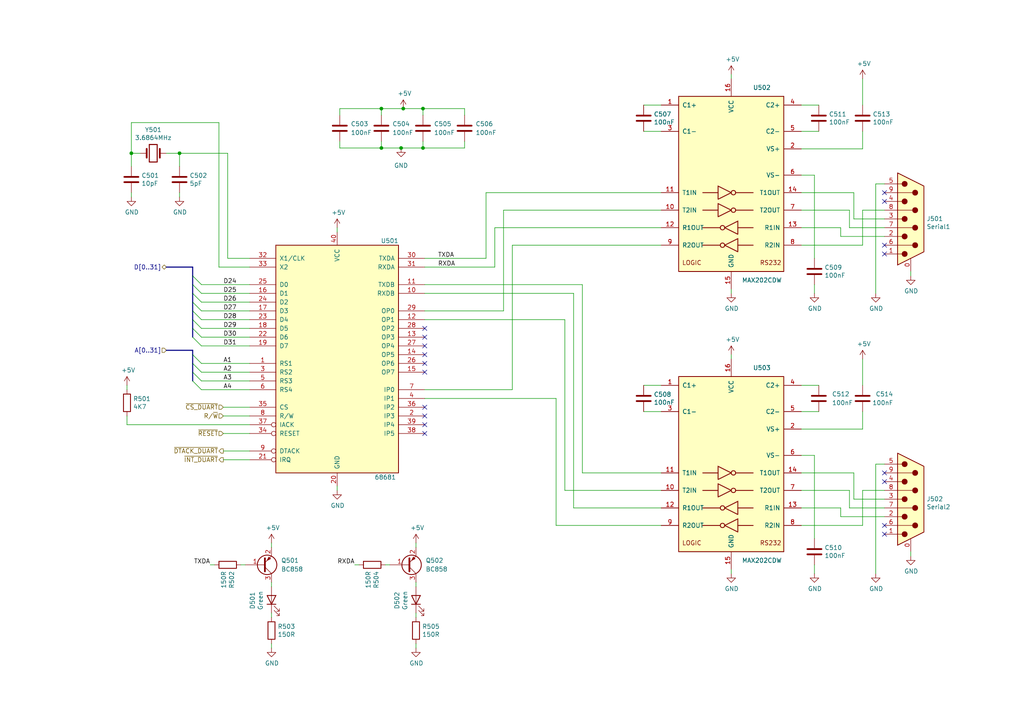
<source format=kicad_sch>
(kicad_sch (version 20211123) (generator eeschema)
  (paper "A4")
  (title_block (title "Y Ddraig Fawr") (company "Stephen Moody"))
  (lib_symbols
    (symbol "Connector:DB9_Male_MountingHoles" (pin_names (offset 1.016) hide)
      (property "Reference" "J" (at 0 16.51 0))
      (property "Value" "DB9_Male_MountingHoles" (at 0 14.605 0))
      (symbol "DB9_Male_MountingHoles_0_1"
        (circle (center -1.778 -10.16) (radius 0.762) (fill (type outline)))
        (circle (center -1.778 -5.08) (radius 0.762) (fill (type outline)))
        (circle (center -1.778 0) (radius 0.762) (fill (type outline)))
        (circle (center -1.778 5.08) (radius 0.762) (fill (type outline)))
        (circle (center -1.778 10.16) (radius 0.762) (fill (type outline)))
        (polyline (pts (xy -3.81 -10.16) (xy -2.54 -10.16)))
        (polyline (pts (xy -3.81 -7.62) (xy 0.508 -7.62)))
        (polyline (pts (xy -3.81 -5.08) (xy -2.54 -5.08)))
        (polyline (pts (xy -3.81 -2.54) (xy 0.508 -2.54)))
        (polyline (pts (xy -3.81 0) (xy -2.54 0)))
        (polyline (pts (xy -3.81 2.54) (xy 0.508 2.54)))
        (polyline (pts (xy -3.81 5.08) (xy -2.54 5.08)))
        (polyline (pts (xy -3.81 7.62) (xy 0.508 7.62)))
        (polyline (pts (xy -3.81 10.16) (xy -2.54 10.16)))
        (polyline (pts (xy -3.81 -13.335) (xy -3.81 13.335) (xy 3.81 9.525) (xy 3.81 -9.525) (xy -3.81 -13.335)) (stroke (width 0.254)) (fill (type background)))
        (circle (center 1.27 -7.62) (radius 0.762) (fill (type outline)))
        (circle (center 1.27 -2.54) (radius 0.762) (fill (type outline)))
        (circle (center 1.27 2.54) (radius 0.762) (fill (type outline)))
        (circle (center 1.27 7.62) (radius 0.762) (fill (type outline)))
      )
      (symbol "DB9_Male_MountingHoles_1_1"
        (pin passive line (at 0 -15.24 90) (length 3.81) (name "PAD") (number "0"))
        (pin passive line (at -7.62 -10.16 0) (length 3.81) (name "1") (number "1"))
        (pin passive line (at -7.62 -5.08 0) (length 3.81) (name "2") (number "2"))
        (pin passive line (at -7.62 0 0) (length 3.81) (name "3") (number "3"))
        (pin passive line (at -7.62 5.08 0) (length 3.81) (name "4") (number "4"))
        (pin passive line (at -7.62 10.16 0) (length 3.81) (name "5") (number "5"))
        (pin passive line (at -7.62 -7.62 0) (length 3.81) (name "6") (number "6"))
        (pin passive line (at -7.62 -2.54 0) (length 3.81) (name "7") (number "7"))
        (pin passive line (at -7.62 2.54 0) (length 3.81) (name "8") (number "8"))
        (pin passive line (at -7.62 7.62 0) (length 3.81) (name "9") (number "9"))
      )
    )
    (symbol "Device:C" (pin_numbers hide) (pin_names (offset 0.254))
      (property "Reference" "C" (at 0.635 2.54 0))
      (property "Value" "C" (at 0.635 -2.54 0))
      (symbol "C_0_1"
        (polyline (pts (xy -2.032 -0.762) (xy 2.032 -0.762)) (stroke (width 0.508)))
        (polyline (pts (xy -2.032 0.762) (xy 2.032 0.762)) (stroke (width 0.508)))
      )
      (symbol "C_1_1"
        (pin passive line (at 0 3.81 270) (length 2.794) (name "~") (number "1"))
        (pin passive line (at 0 -3.81 90) (length 2.794) (name "~") (number "2"))
      )
    )
    (symbol "Device:Crystal" (pin_numbers hide) (pin_names (offset 1.016) hide)
      (property "Reference" "Y" (at 0 3.81 0))
      (property "Value" "Crystal" (at 0 -3.81 0))
      (symbol "Crystal_0_1"
        (rectangle (start -1.143 2.54) (end 1.143 -2.54) (stroke (width 0.3048)))
        (polyline (pts (xy -2.54 0) (xy -1.905 0)))
        (polyline (pts (xy -1.905 -1.27) (xy -1.905 1.27)) (stroke (width 0.508)))
        (polyline (pts (xy 1.905 -1.27) (xy 1.905 1.27)) (stroke (width 0.508)))
        (polyline (pts (xy 2.54 0) (xy 1.905 0)))
      )
      (symbol "Crystal_1_1"
        (pin passive line (at -3.81 0 0) (length 1.27) (name "1") (number "1"))
        (pin passive line (at 3.81 0 180) (length 1.27) (name "2") (number "2"))
      )
    )
    (symbol "Device:LED" (pin_numbers hide) (pin_names (offset 1.016) hide)
      (property "Reference" "D" (at 0 2.54 0))
      (property "Value" "LED" (at 0 -2.54 0))
      (symbol "LED_0_1"
        (polyline (pts (xy -1.27 -1.27) (xy -1.27 1.27)) (stroke (width 0.254)))
        (polyline (pts (xy -1.27 0) (xy 1.27 0)))
        (polyline (pts (xy 1.27 -1.27) (xy 1.27 1.27) (xy -1.27 0) (xy 1.27 -1.27)) (stroke (width 0.254)))
        (polyline (pts (xy -3.048 -0.762) (xy -4.572 -2.286) (xy -3.81 -2.286) (xy -4.572 -2.286) (xy -4.572 -1.524)))
        (polyline (pts (xy -1.778 -0.762) (xy -3.302 -2.286) (xy -2.54 -2.286) (xy -3.302 -2.286) (xy -3.302 -1.524)))
      )
      (symbol "LED_1_1"
        (pin passive line (at -3.81 0 0) (length 2.54) (name "K") (number "1"))
        (pin passive line (at 3.81 0 180) (length 2.54) (name "A") (number "2"))
      )
    )
    (symbol "Device:R" (pin_numbers hide) (pin_names (offset 0))
      (property "Reference" "R" (at 2.032 0 90))
      (property "Value" "R" (at 0 0 90))
      (symbol "R_0_1"
        (rectangle (start -1.016 -2.54) (end 1.016 2.54) (stroke (width 0.254)))
      )
      (symbol "R_1_1"
        (pin passive line (at 0 3.81 270) (length 1.27) (name "~") (number "1"))
        (pin passive line (at 0 -3.81 90) (length 1.27) (name "~") (number "2"))
      )
    )
    (symbol "Interface:68681" (pin_names (offset 1.016))
      (property "Reference" "U" (at 0 3.81 0))
      (property "Value" "68681" (at 0 -2.54 0))
      (symbol "68681_0_1"
        (rectangle (start -17.78 -31.75) (end 17.78 34.29) (stroke (width 0.254)) (fill (type background)))
      )
      (symbol "68681_1_1"
        (pin input line (at -25.4 0 0) (length 7.62) (name "RS1") (number "1"))
        (pin input line (at 25.4 20.32 180) (length 7.62) (name "RXDB") (number "10"))
        (pin output line (at 25.4 22.86 180) (length 7.62) (name "TXDB") (number "11"))
        (pin output line (at 25.4 12.7 180) (length 7.62) (name "OP1") (number "12"))
        (pin output line (at 25.4 7.62 180) (length 7.62) (name "OP3") (number "13"))
        (pin output line (at 25.4 2.54 180) (length 7.62) (name "OP5") (number "14"))
        (pin output line (at 25.4 -2.54 180) (length 7.62) (name "OP7") (number "15"))
        (pin tri_state line (at -25.4 20.32 0) (length 7.62) (name "D1") (number "16"))
        (pin tri_state line (at -25.4 15.24 0) (length 7.62) (name "D3") (number "17"))
        (pin tri_state line (at -25.4 10.16 0) (length 7.62) (name "D5") (number "18"))
        (pin tri_state line (at -25.4 5.08 0) (length 7.62) (name "D7") (number "19"))
        (pin input line (at 25.4 -15.24 180) (length 7.62) (name "IP3") (number "2"))
        (pin power_in line (at 0 -35.56 90) (length 3.81) (name "GND") (number "20"))
        (pin output inverted (at -25.4 -27.94 0) (length 7.62) (name "IRQ") (number "21"))
        (pin tri_state line (at -25.4 7.62 0) (length 7.62) (name "D6") (number "22"))
        (pin tri_state line (at -25.4 12.7 0) (length 7.62) (name "D4") (number "23"))
        (pin tri_state line (at -25.4 17.78 0) (length 7.62) (name "D2") (number "24"))
        (pin tri_state line (at -25.4 22.86 0) (length 7.62) (name "D0") (number "25"))
        (pin output line (at 25.4 0 180) (length 7.62) (name "OP6") (number "26"))
        (pin output line (at 25.4 5.08 180) (length 7.62) (name "OP4") (number "27"))
        (pin output line (at 25.4 10.16 180) (length 7.62) (name "OP2") (number "28"))
        (pin output line (at 25.4 15.24 180) (length 7.62) (name "OP0") (number "29"))
        (pin input line (at -25.4 -2.54 0) (length 7.62) (name "RS2") (number "3"))
        (pin output line (at 25.4 30.48 180) (length 7.62) (name "TXDA") (number "30"))
        (pin input line (at 25.4 27.94 180) (length 7.62) (name "RXDA") (number "31"))
        (pin input line (at -25.4 30.48 0) (length 7.62) (name "X1/CLK") (number "32"))
        (pin input line (at -25.4 27.94 0) (length 7.62) (name "X2") (number "33"))
        (pin input inverted (at -25.4 -20.32 0) (length 7.62) (name "RESET") (number "34"))
        (pin input line (at -25.4 -12.7 0) (length 7.62) (name "CS") (number "35"))
        (pin input line (at 25.4 -12.7 180) (length 7.62) (name "IP2") (number "36"))
        (pin input inverted (at -25.4 -17.78 0) (length 7.62) (name "IACK") (number "37"))
        (pin input line (at 25.4 -20.32 180) (length 7.62) (name "IP5") (number "38"))
        (pin input line (at 25.4 -17.78 180) (length 7.62) (name "IP4") (number "39"))
        (pin input line (at 25.4 -10.16 180) (length 7.62) (name "IP1") (number "4"))
        (pin power_in line (at 0 38.1 270) (length 3.81) (name "VCC") (number "40"))
        (pin input line (at -25.4 -5.08 0) (length 7.62) (name "RS3") (number "5"))
        (pin input line (at -25.4 -7.62 0) (length 7.62) (name "RS4") (number "6"))
        (pin input line (at 25.4 -7.62 180) (length 7.62) (name "IP0") (number "7"))
        (pin input line (at -25.4 -15.24 0) (length 7.62) (name "R/W") (number "8"))
        (pin open_collector inverted (at -25.4 -25.4 0) (length 7.62) (name "DTACK") (number "9"))
      )
    )
    (symbol "Interface_UART:MAX202" (pin_names (offset 1.016))
      (property "Reference" "U" (at -2.54 28.575 0))
      (property "Value" "MAX202" (at -2.54 26.67 0))
      (symbol "MAX202_0_0"
        (text "LOGIC" (at -11.43 -22.86 0) (effects (font (size 1.27 1.27))))
        (text "RS232" (at 11.43 -22.86 0) (effects (font (size 1.27 1.27))))
      )
      (symbol "MAX202_0_1"
        (rectangle (start -15.24 -25.4) (end 15.24 25.4) (stroke (width 0.254)) (fill (type background)))
        (circle (center -2.54 -17.78) (radius 0.635) (stroke (width 0.254)))
        (circle (center -2.54 -12.7) (radius 0.635) (stroke (width 0.254)))
        (polyline (pts (xy -3.81 -7.62) (xy -8.255 -7.62)) (stroke (width 0.254)))
        (polyline (pts (xy -3.81 -2.54) (xy -8.255 -2.54)) (stroke (width 0.254)))
        (polyline (pts (xy -3.175 -17.78) (xy -8.255 -17.78)) (stroke (width 0.254)))
        (polyline (pts (xy -3.175 -12.7) (xy -8.255 -12.7)) (stroke (width 0.254)))
        (polyline (pts (xy 1.27 -7.62) (xy 6.35 -7.62)) (stroke (width 0.254)))
        (polyline (pts (xy 1.27 -2.54) (xy 6.35 -2.54)) (stroke (width 0.254)))
        (polyline (pts (xy 1.905 -17.78) (xy 6.35 -17.78)) (stroke (width 0.254)))
        (polyline (pts (xy 1.905 -12.7) (xy 6.35 -12.7)) (stroke (width 0.254)))
        (polyline (pts (xy -3.81 -5.715) (xy -3.81 -9.525) (xy 0 -7.62) (xy -3.81 -5.715)) (stroke (width 0.254)))
        (polyline (pts (xy -3.81 -0.635) (xy -3.81 -4.445) (xy 0 -2.54) (xy -3.81 -0.635)) (stroke (width 0.254)))
        (polyline (pts (xy 1.905 -15.875) (xy 1.905 -19.685) (xy -1.905 -17.78) (xy 1.905 -15.875)) (stroke (width 0.254)))
        (polyline (pts (xy 1.905 -10.795) (xy 1.905 -14.605) (xy -1.905 -12.7) (xy 1.905 -10.795)) (stroke (width 0.254)))
        (circle (center 0.635 -7.62) (radius 0.635) (stroke (width 0.254)))
        (circle (center 0.635 -2.54) (radius 0.635) (stroke (width 0.254)))
      )
      (symbol "MAX202_1_1"
        (pin passive line (at -20.32 22.86 0) (length 5.08) (name "C1+") (number "1"))
        (pin input line (at -20.32 -7.62 0) (length 5.08) (name "T2IN") (number "10"))
        (pin input line (at -20.32 -2.54 0) (length 5.08) (name "T1IN") (number "11"))
        (pin output line (at -20.32 -12.7 0) (length 5.08) (name "R1OUT") (number "12"))
        (pin input line (at 20.32 -12.7 180) (length 5.08) (name "R1IN") (number "13"))
        (pin output line (at 20.32 -2.54 180) (length 5.08) (name "T1OUT") (number "14"))
        (pin power_in line (at 0 -30.48 90) (length 5.08) (name "GND") (number "15"))
        (pin power_in line (at 0 30.48 270) (length 5.08) (name "VCC") (number "16"))
        (pin power_out line (at 20.32 10.16 180) (length 5.08) (name "VS+") (number "2"))
        (pin passive line (at -20.32 15.24 0) (length 5.08) (name "C1-") (number "3"))
        (pin passive line (at 20.32 22.86 180) (length 5.08) (name "C2+") (number "4"))
        (pin passive line (at 20.32 15.24 180) (length 5.08) (name "C2-") (number "5"))
        (pin power_out line (at 20.32 2.54 180) (length 5.08) (name "VS-") (number "6"))
        (pin output line (at 20.32 -7.62 180) (length 5.08) (name "T2OUT") (number "7"))
        (pin input line (at 20.32 -17.78 180) (length 5.08) (name "R2IN") (number "8"))
        (pin output line (at -20.32 -17.78 0) (length 5.08) (name "R2OUT") (number "9"))
      )
    )
    (symbol "Transistor_BJT:BC858" (pin_names (offset 0) hide)
      (property "Reference" "Q" (at 5.08 1.905 0))
      (property "Value" "BC858" (at 5.08 0 0))
      (symbol "BC858_0_1"
        (polyline (pts (xy 0.635 0.635) (xy 2.54 2.54)))
        (polyline (pts (xy 0.635 -0.635) (xy 2.54 -2.54) (xy 2.54 -2.54)))
        (polyline (pts (xy 0.635 1.905) (xy 0.635 -1.905) (xy 0.635 -1.905)) (stroke (width 0.508)))
        (polyline (pts (xy 2.286 -1.778) (xy 1.778 -2.286) (xy 1.27 -1.27) (xy 2.286 -1.778) (xy 2.286 -1.778)) (fill (type outline)))
        (circle (center 1.27 0) (radius 2.8194) (stroke (width 0.254)))
      )
      (symbol "BC858_1_1"
        (pin input line (at -5.08 0 0) (length 5.715) (name "B") (number "1"))
        (pin passive line (at 2.54 -5.08 90) (length 2.54) (name "E") (number "2"))
        (pin passive line (at 2.54 5.08 270) (length 2.54) (name "C") (number "3"))
      )
    )
    (symbol "power:+5V" (power) (pin_names (offset 0))
      (property "Value" "+5V" (at 0 3.556 0))
      (symbol "+5V_0_1"
        (polyline (pts (xy -0.762 1.27) (xy 0 2.54)))
        (polyline (pts (xy 0 0) (xy 0 2.54)))
        (polyline (pts (xy 0 2.54) (xy 0.762 1.27)))
      )
      (symbol "+5V_1_1"
        (pin power_in line (at 0 0 90) (length 0) hide (name "+5V") (number "1"))
      )
    )
    (symbol "power:GND" (power) (pin_names (offset 0))
      (property "Value" "GND" (at 0 -3.81 0))
      (symbol "GND_0_1"
        (polyline (pts (xy 0 0) (xy 0 -1.27) (xy 1.27 -1.27) (xy 0 -2.54) (xy -1.27 -1.27) (xy 0 -1.27)))
      )
      (symbol "GND_1_1"
        (pin power_in line (at 0 0 270) (length 0) hide (name "GND") (number "1"))
      )
    )
  )
  (junction (at 122.682 42.926))
  (junction (at 116.967 31.496))
  (junction (at 110.617 42.926))
  (junction (at 122.682 31.496))
  (junction (at 116.332 42.926))
  (junction (at 52.07 44.45))
  (junction (at 38.1 44.45))
  (junction (at 110.617 31.496))
  (no_connect (at 123.19 125.73))
  (no_connect (at 123.19 97.79))
  (no_connect (at 256.54 58.42))
  (no_connect (at 123.19 105.41))
  (no_connect (at 256.54 73.66))
  (no_connect (at 123.19 120.65))
  (no_connect (at 256.54 152.4))
  (no_connect (at 123.19 95.25))
  (no_connect (at 256.54 71.12))
  (no_connect (at 256.54 55.88))
  (no_connect (at 256.54 154.94))
  (no_connect (at 123.19 123.19))
  (no_connect (at 123.19 107.95))
  (no_connect (at 123.19 118.11))
  (no_connect (at 123.19 102.87))
  (no_connect (at 256.54 139.7))
  (no_connect (at 123.19 100.33))
  (no_connect (at 256.54 137.16))
  (bus_entry (at 55.88 92.71) (size 2.54 2.54))
  (bus_entry (at 55.88 90.17) (size 2.54 2.54))
  (bus_entry (at 55.88 87.63) (size 2.54 2.54))
  (bus_entry (at 55.88 107.95) (size 2.54 2.54))
  (bus_entry (at 55.88 105.41) (size 2.54 2.54))
  (bus_entry (at 55.88 110.49) (size 2.54 2.54))
  (bus_entry (at 55.88 95.25) (size 2.54 2.54))
  (bus_entry (at 55.88 82.55) (size 2.54 2.54))
  (bus_entry (at 55.88 85.09) (size 2.54 2.54))
  (bus_entry (at 55.88 102.87) (size 2.54 2.54))
  (bus_entry (at 55.88 97.79) (size 2.54 2.54))
  (bus_entry (at 55.88 80.01) (size 2.54 2.54))
  (bus (pts (xy 55.88 105.41) (xy 55.88 107.95)))
  (wire (pts (xy 232.41 124.46) (xy 250.19 124.46)))
  (wire (pts (xy 232.41 43.18) (xy 250.19 43.18)))
  (wire (pts (xy 232.41 66.04) (xy 243.84 66.04)))
  (bus (pts (xy 48.26 101.6) (xy 55.88 101.6)))
  (wire (pts (xy 64.77 130.81) (xy 72.39 130.81)))
  (bus (pts (xy 55.88 102.87) (xy 55.88 105.41)))
  (wire (pts (xy 256.54 144.78) (xy 247.65 144.78)))
  (wire (pts (xy 38.1 55.88) (xy 38.1 57.15)))
  (wire (pts (xy 58.42 113.03) (xy 72.39 113.03)))
  (wire (pts (xy 250.19 152.4) (xy 232.41 152.4)))
  (wire (pts (xy 78.74 168.91) (xy 78.74 170.18)))
  (wire (pts (xy 232.41 119.38) (xy 237.49 119.38)))
  (bus (pts (xy 55.88 95.25) (xy 55.88 97.79)))
  (wire (pts (xy 72.39 95.25) (xy 58.42 95.25)))
  (wire (pts (xy 72.39 82.55) (xy 58.42 82.55)))
  (wire (pts (xy 166.37 147.32) (xy 191.77 147.32)))
  (wire (pts (xy 134.747 31.496) (xy 134.747 33.401)))
  (wire (pts (xy 256.54 142.24) (xy 250.19 142.24)))
  (wire (pts (xy 148.59 113.03) (xy 123.19 113.03)))
  (wire (pts (xy 98.552 41.021) (xy 98.552 42.926)))
  (wire (pts (xy 236.22 163.83) (xy 236.22 166.37)))
  (wire (pts (xy 122.682 42.926) (xy 134.747 42.926)))
  (wire (pts (xy 66.04 74.93) (xy 72.39 74.93)))
  (wire (pts (xy 166.37 85.09) (xy 166.37 147.32)))
  (wire (pts (xy 148.59 71.12) (xy 148.59 113.03)))
  (wire (pts (xy 64.77 118.11) (xy 72.39 118.11)))
  (wire (pts (xy 237.49 111.76) (xy 232.41 111.76)))
  (wire (pts (xy 232.41 50.8) (xy 236.22 50.8)))
  (wire (pts (xy 38.1 44.45) (xy 38.1 48.26)))
  (wire (pts (xy 232.41 38.1) (xy 237.49 38.1)))
  (wire (pts (xy 191.77 66.04) (xy 143.51 66.04)))
  (bus (pts (xy 55.88 101.6) (xy 55.88 102.87)))
  (wire (pts (xy 72.39 90.17) (xy 58.42 90.17)))
  (wire (pts (xy 72.39 105.41) (xy 58.42 105.41)))
  (wire (pts (xy 78.74 177.8) (xy 78.74 179.07)))
  (wire (pts (xy 122.682 31.496) (xy 134.747 31.496)))
  (wire (pts (xy 146.05 90.17) (xy 123.19 90.17)))
  (wire (pts (xy 212.09 102.87) (xy 212.09 104.14)))
  (wire (pts (xy 116.332 42.926) (xy 122.682 42.926)))
  (wire (pts (xy 212.09 21.59) (xy 212.09 22.86)))
  (wire (pts (xy 236.22 82.55) (xy 236.22 85.09)))
  (wire (pts (xy 98.552 31.496) (xy 110.617 31.496)))
  (bus (pts (xy 55.88 107.95) (xy 55.88 110.49)))
  (wire (pts (xy 250.19 60.96) (xy 250.19 71.12)))
  (wire (pts (xy 254 85.09) (xy 254 53.34)))
  (wire (pts (xy 243.84 149.86) (xy 243.84 147.32)))
  (bus (pts (xy 55.88 85.09) (xy 55.88 87.63)))
  (wire (pts (xy 110.617 41.021) (xy 110.617 42.926)))
  (wire (pts (xy 110.617 42.926) (xy 116.332 42.926)))
  (wire (pts (xy 72.39 123.19) (xy 36.83 123.19)))
  (wire (pts (xy 60.96 163.83) (xy 62.23 163.83)))
  (wire (pts (xy 250.19 119.38) (xy 250.19 124.46)))
  (wire (pts (xy 163.83 142.24) (xy 191.77 142.24)))
  (wire (pts (xy 168.91 82.55) (xy 168.91 137.16)))
  (wire (pts (xy 256.54 63.5) (xy 247.65 63.5)))
  (wire (pts (xy 246.38 60.96) (xy 232.41 60.96)))
  (wire (pts (xy 247.65 144.78) (xy 247.65 137.16)))
  (wire (pts (xy 98.552 42.926) (xy 110.617 42.926)))
  (wire (pts (xy 36.83 113.03) (xy 36.83 111.76)))
  (wire (pts (xy 168.91 82.55) (xy 123.19 82.55)))
  (wire (pts (xy 250.19 71.12) (xy 232.41 71.12)))
  (bus (pts (xy 55.88 82.55) (xy 55.88 85.09)))
  (wire (pts (xy 58.42 87.63) (xy 72.39 87.63)))
  (wire (pts (xy 40.64 44.45) (xy 38.1 44.45)))
  (wire (pts (xy 58.42 107.95) (xy 72.39 107.95)))
  (wire (pts (xy 161.29 152.4) (xy 191.77 152.4)))
  (wire (pts (xy 38.1 35.56) (xy 38.1 44.45)))
  (bus (pts (xy 55.88 80.01) (xy 55.88 82.55)))
  (wire (pts (xy 256.54 66.04) (xy 246.38 66.04)))
  (wire (pts (xy 140.97 74.93) (xy 140.97 55.88)))
  (wire (pts (xy 97.79 67.31) (xy 97.79 66.04)))
  (wire (pts (xy 143.51 66.04) (xy 143.51 77.47)))
  (wire (pts (xy 58.42 97.79) (xy 72.39 97.79)))
  (wire (pts (xy 72.39 110.49) (xy 58.42 110.49)))
  (bus (pts (xy 55.88 92.71) (xy 55.88 95.25)))
  (bus (pts (xy 55.88 77.47) (xy 55.88 80.01)))
  (wire (pts (xy 143.51 77.47) (xy 123.19 77.47)))
  (wire (pts (xy 243.84 68.58) (xy 243.84 66.04)))
  (wire (pts (xy 212.09 85.09) (xy 212.09 83.82)))
  (wire (pts (xy 102.87 163.83) (xy 104.14 163.83)))
  (bus (pts (xy 55.88 77.47) (xy 48.26 77.47)))
  (wire (pts (xy 134.747 42.926) (xy 134.747 41.021)))
  (wire (pts (xy 52.07 55.88) (xy 52.07 57.15)))
  (wire (pts (xy 256.54 68.58) (xy 243.84 68.58)))
  (wire (pts (xy 72.39 100.33) (xy 58.42 100.33)))
  (wire (pts (xy 161.29 115.57) (xy 161.29 152.4)))
  (wire (pts (xy 232.41 55.88) (xy 247.65 55.88)))
  (wire (pts (xy 122.682 41.021) (xy 122.682 42.926)))
  (wire (pts (xy 38.1 35.56) (xy 63.5 35.56)))
  (wire (pts (xy 256.54 60.96) (xy 250.19 60.96)))
  (wire (pts (xy 66.04 44.45) (xy 66.04 74.93)))
  (bus (pts (xy 55.88 90.17) (xy 55.88 92.71)))
  (wire (pts (xy 146.05 60.96) (xy 191.77 60.96)))
  (wire (pts (xy 36.83 123.19) (xy 36.83 120.65)))
  (wire (pts (xy 110.617 31.496) (xy 116.967 31.496)))
  (wire (pts (xy 58.42 92.71) (xy 72.39 92.71)))
  (wire (pts (xy 120.65 177.8) (xy 120.65 179.07)))
  (wire (pts (xy 232.41 147.32) (xy 243.84 147.32)))
  (wire (pts (xy 191.77 71.12) (xy 148.59 71.12)))
  (wire (pts (xy 69.85 163.83) (xy 71.12 163.83)))
  (wire (pts (xy 247.65 63.5) (xy 247.65 55.88)))
  (wire (pts (xy 236.22 132.08) (xy 236.22 156.21)))
  (wire (pts (xy 72.39 85.09) (xy 58.42 85.09)))
  (wire (pts (xy 110.617 31.496) (xy 110.617 33.401)))
  (wire (pts (xy 246.38 66.04) (xy 246.38 60.96)))
  (wire (pts (xy 52.07 48.26) (xy 52.07 44.45)))
  (wire (pts (xy 256.54 149.86) (xy 243.84 149.86)))
  (wire (pts (xy 111.76 163.83) (xy 113.03 163.83)))
  (wire (pts (xy 250.19 22.86) (xy 250.19 30.48)))
  (wire (pts (xy 236.22 50.8) (xy 236.22 74.93)))
  (wire (pts (xy 120.65 158.75) (xy 120.65 157.48)))
  (wire (pts (xy 78.74 158.75) (xy 78.74 157.48)))
  (wire (pts (xy 191.77 111.76) (xy 186.69 111.76)))
  (wire (pts (xy 246.38 147.32) (xy 246.38 142.24)))
  (wire (pts (xy 250.19 104.14) (xy 250.19 111.76)))
  (wire (pts (xy 98.552 33.401) (xy 98.552 31.496)))
  (wire (pts (xy 120.65 168.91) (xy 120.65 170.18)))
  (wire (pts (xy 140.97 55.88) (xy 191.77 55.88)))
  (wire (pts (xy 264.16 161.29) (xy 264.16 160.02)))
  (wire (pts (xy 254 53.34) (xy 256.54 53.34)))
  (wire (pts (xy 256.54 147.32) (xy 246.38 147.32)))
  (wire (pts (xy 246.38 142.24) (xy 232.41 142.24)))
  (wire (pts (xy 120.65 186.69) (xy 120.65 187.96)))
  (wire (pts (xy 163.83 92.71) (xy 163.83 142.24)))
  (wire (pts (xy 52.07 44.45) (xy 66.04 44.45)))
  (wire (pts (xy 123.19 74.93) (xy 140.97 74.93)))
  (wire (pts (xy 186.69 38.1) (xy 191.77 38.1)))
  (wire (pts (xy 250.19 43.18) (xy 250.19 38.1)))
  (wire (pts (xy 122.682 31.496) (xy 122.682 33.401)))
  (wire (pts (xy 146.05 60.96) (xy 146.05 90.17)))
  (wire (pts (xy 72.39 133.35) (xy 64.77 133.35)))
  (wire (pts (xy 186.69 119.38) (xy 191.77 119.38)))
  (bus (pts (xy 55.88 87.63) (xy 55.88 90.17)))
  (wire (pts (xy 191.77 30.48) (xy 186.69 30.48)))
  (wire (pts (xy 123.19 115.57) (xy 161.29 115.57)))
  (wire (pts (xy 163.83 92.71) (xy 123.19 92.71)))
  (wire (pts (xy 63.5 35.56) (xy 63.5 77.47)))
  (wire (pts (xy 64.77 125.73) (xy 72.39 125.73)))
  (wire (pts (xy 212.09 166.37) (xy 212.09 165.1)))
  (wire (pts (xy 48.26 44.45) (xy 52.07 44.45)))
  (wire (pts (xy 237.49 30.48) (xy 232.41 30.48)))
  (wire (pts (xy 78.74 186.69) (xy 78.74 187.96)))
  (wire (pts (xy 264.16 80.01) (xy 264.16 78.74)))
  (wire (pts (xy 166.37 85.09) (xy 123.19 85.09)))
  (wire (pts (xy 250.19 142.24) (xy 250.19 152.4)))
  (wire (pts (xy 116.967 31.496) (xy 122.682 31.496)))
  (wire (pts (xy 63.5 77.47) (xy 72.39 77.47)))
  (wire (pts (xy 232.41 132.08) (xy 236.22 132.08)))
  (wire (pts (xy 72.39 120.65) (xy 64.77 120.65)))
  (wire (pts (xy 254 166.37) (xy 254 134.62)))
  (wire (pts (xy 254 134.62) (xy 256.54 134.62)))
  (wire (pts (xy 232.41 137.16) (xy 247.65 137.16)))
  (wire (pts (xy 97.79 140.97) (xy 97.79 142.24)))
  (wire (pts (xy 168.91 137.16) (xy 191.77 137.16)))
  (label "RXDA" (at 102.87 163.83 180))
  (label "A4" (at 64.77 113.03 0))
  (label "D25" (at 64.77 85.09 0))
  (label "D28" (at 64.77 92.71 0))
  (label "A3" (at 64.77 110.49 0))
  (label "D31" (at 64.77 100.33 0))
  (label "TXDA" (at 60.96 163.83 180))
  (label "D30" (at 64.77 97.79 0))
  (label "A2" (at 64.77 107.95 0))
  (label "A1" (at 64.77 105.41 0))
  (label "TXDA" (at 127 74.93 0))
  (label "D27" (at 64.77 90.17 0))
  (label "D24" (at 64.77 82.55 0))
  (label "D26" (at 64.77 87.63 0))
  (label "RXDA" (at 127 77.47 0))
  (label "D29" (at 64.77 95.25 0))
  (hierarchical_label "A[0..31]" (shape input) (at 48.26 101.6 180))
  (hierarchical_label "~{DTACK_DUART}" (shape output) (at 64.77 130.81 180))
  (hierarchical_label "~{RESET}" (shape input) (at 64.77 125.73 180))
  (hierarchical_label "R{slash}~{W}" (shape input) (at 64.77 120.65 180))
  (hierarchical_label "~{CS_DUART}" (shape input) (at 64.77 118.11 180))
  (hierarchical_label "~{INT_DUART}" (shape output) (at 64.77 133.35 180))
  (hierarchical_label "D[0..31]" (shape bidirectional) (at 48.26 77.47 180))
  (symbol (lib_id "Device:R") (at 78.74 182.88 0) (unit 1)
    (property "Reference" "R503" (at 80.518 181.7116 0) (effects (justify left)))
    (property "Value" "150R" (at 80.518 184.023 0) (effects (justify left)))
    (property "Footprint" "Resistor_SMD:R_0805_2012Metric" (effects hide))
  )
  (symbol (lib_id "Device:LED") (at 78.74 173.99 90) (unit 1)
    (property "Reference" "D501" (at 73.2282 174.1678 0))
    (property "Value" "Green" (at 75.5396 174.1678 0))
    (property "Footprint" "LED_SMD:LED_1206_3216Metric" (effects hide))
  )
  (symbol (lib_id "power:GND") (at 78.74 187.96 0) (unit 1)
    (property "Reference" "#PWR0505" (effects hide))
    (property "Value" "GND" (at 78.867 192.3542 0))
  )
  (symbol (lib_id "Device:R") (at 66.04 163.83 270) (unit 1)
    (property "Reference" "R502" (at 67.2084 165.608 0) (effects (justify left)))
    (property "Value" "150R" (at 64.897 165.608 0) (effects (justify left)))
    (property "Footprint" "Resistor_SMD:R_0805_2012Metric" (effects hide))
  )
  (symbol (lib_id "power:+5V") (at 78.74 157.48 0) (unit 1)
    (property "Reference" "#PWR0504" (effects hide))
    (property "Value" "+5V" (at 79.121 153.0858 0))
  )
  (symbol (lib_id "Device:R") (at 120.65 182.88 0) (unit 1)
    (property "Reference" "R505" (at 122.428 181.7116 0) (effects (justify left)))
    (property "Value" "150R" (at 122.428 184.023 0) (effects (justify left)))
    (property "Footprint" "Resistor_SMD:R_0805_2012Metric" (effects hide))
  )
  (symbol (lib_id "Device:LED") (at 120.65 173.99 90) (unit 1)
    (property "Reference" "D502" (at 115.1382 174.1678 0))
    (property "Value" "Green" (at 117.4496 174.1678 0))
    (property "Footprint" "LED_SMD:LED_1206_3216Metric" (effects hide))
  )
  (symbol (lib_id "power:GND") (at 120.65 187.96 0) (unit 1)
    (property "Reference" "#PWR0511" (effects hide))
    (property "Value" "GND" (at 120.777 192.3542 0))
  )
  (symbol (lib_id "Device:R") (at 107.95 163.83 270) (unit 1)
    (property "Reference" "R504" (at 109.1184 165.608 0) (effects (justify left)))
    (property "Value" "150R" (at 106.807 165.608 0) (effects (justify left)))
    (property "Footprint" "Resistor_SMD:R_0805_2012Metric" (effects hide))
  )
  (symbol (lib_id "power:+5V") (at 120.65 157.48 0) (unit 1)
    (property "Reference" "#PWR0510" (effects hide))
    (property "Value" "+5V" (at 121.031 153.0858 0))
  )
  (symbol (lib_id "Device:C") (at 38.1 52.07 0) (unit 1)
    (property "Reference" "C501" (at 41.021 50.9016 0) (effects (justify left)))
    (property "Value" "10pF" (at 41.021 53.213 0) (effects (justify left)))
    (property "Footprint" "Capacitor_SMD:C_0805_2012Metric" (effects hide))
  )
  (symbol (lib_id "Device:Crystal") (at 44.45 44.45 0) (unit 1)
    (property "Reference" "Y501" (at 44.45 37.6428 0))
    (property "Value" "3.6864MHz" (at 44.45 39.9542 0))
    (property "Footprint" "Crystal:Crystal_HC18-U_Vertical" (effects hide))
  )
  (symbol (lib_id "Connector:DB9_Male_MountingHoles") (at 264.16 63.5 0) (unit 1)
    (property "Reference" "J501" (at 268.732 63.4492 0) (effects (justify left)))
    (property "Value" "Serial1" (at 268.732 65.7606 0) (effects (justify left)))
    (property "Footprint" "Connector_Dsub:DSUB-9_Male_Horizontal_P2.77x2.84mm_EdgePinOffset4.94mm_Housed_MountingHolesOffset7.48mm" (effects hide))
    (property "Datasheet" " ~" (effects hide))
  )
  (symbol (lib_id "Interface_UART:MAX202") (at 212.09 53.34 0) (unit 1)
    (property "Reference" "U502" (at 220.98 25.4 0))
    (property "Value" "MAX202CDW" (at 220.98 81.28 0))
    (property "Footprint" "Package_SO:SOIC-16_3.9x9.9mm_P1.27mm" (effects hide))
    (property "Datasheet" "http://www.ti.com/lit/ds/symlink/max202.pdf" (effects hide))
  )
  (symbol (lib_id "Interface:68681") (at 97.79 105.41 0) (unit 1)
    (property "Reference" "U501" (at 113.03 69.85 0))
    (property "Value" "68681" (at 111.76 138.43 0))
    (property "Footprint" "Package_DIP:DIP-40_W15.24mm_Socket" (effects hide))
  )
  (symbol (lib_id "Device:R") (at 36.83 116.84 0) (unit 1)
    (property "Reference" "R501" (at 38.608 115.6716 0) (effects (justify left)))
    (property "Value" "4K7" (at 38.608 117.983 0) (effects (justify left)))
    (property "Footprint" "Resistor_SMD:R_0805_2012Metric" (effects hide))
  )
  (symbol (lib_id "power:+5V") (at 212.09 21.59 0) (unit 1)
    (property "Reference" "#PWR0512" (effects hide))
    (property "Value" "+5V" (at 212.471 17.1958 0))
  )
  (symbol (lib_id "power:GND") (at 212.09 85.09 0) (unit 1)
    (property "Reference" "#PWR0513" (effects hide))
    (property "Value" "GND" (at 212.217 89.4842 0))
  )
  (symbol (lib_id "Device:C") (at 237.49 34.29 0) (unit 1)
    (property "Reference" "C511" (at 240.411 33.1216 0) (effects (justify left)))
    (property "Value" "100nF" (at 240.411 35.433 0) (effects (justify left)))
    (property "Footprint" "Capacitor_SMD:C_0805_2012Metric" (effects hide))
  )
  (symbol (lib_id "Device:C") (at 186.69 34.29 0) (unit 1)
    (property "Reference" "C507" (at 189.611 33.1216 0) (effects (justify left)))
    (property "Value" "100nF" (at 189.611 35.433 0) (effects (justify left)))
    (property "Footprint" "Capacitor_SMD:C_0805_2012Metric" (effects hide))
  )
  (symbol (lib_id "Device:C") (at 236.22 78.74 0) (unit 1)
    (property "Reference" "C509" (at 239.141 77.5716 0) (effects (justify left)))
    (property "Value" "100nF" (at 239.141 79.883 0) (effects (justify left)))
    (property "Footprint" "Capacitor_SMD:C_0805_2012Metric" (effects hide))
  )
  (symbol (lib_id "Device:C") (at 250.19 34.29 0) (unit 1)
    (property "Reference" "C513" (at 253.111 33.1216 0) (effects (justify left)))
    (property "Value" "100nF" (at 253.111 35.433 0) (effects (justify left)))
    (property "Footprint" "Capacitor_SMD:C_0805_2012Metric" (effects hide))
  )
  (symbol (lib_id "power:+5V") (at 250.19 22.86 0) (unit 1)
    (property "Reference" "#PWR0518" (effects hide))
    (property "Value" "+5V" (at 250.571 18.4658 0))
  )
  (symbol (lib_id "power:GND") (at 236.22 85.09 0) (unit 1)
    (property "Reference" "#PWR0516" (effects hide))
    (property "Value" "GND" (at 236.347 89.4842 0))
  )
  (symbol (lib_id "Device:C") (at 52.07 52.07 0) (unit 1)
    (property "Reference" "C502" (at 54.991 50.9016 0) (effects (justify left)))
    (property "Value" "5pF" (at 54.991 53.213 0) (effects (justify left)))
    (property "Footprint" "Capacitor_SMD:C_0805_2012Metric" (effects hide))
  )
  (symbol (lib_id "power:+5V") (at 97.79 66.04 0) (unit 1)
    (property "Reference" "#PWR0506" (effects hide))
    (property "Value" "+5V" (at 98.171 61.6458 0))
  )
  (symbol (lib_id "power:GND") (at 52.07 57.15 0) (unit 1)
    (property "Reference" "#PWR0503" (effects hide))
    (property "Value" "GND" (at 52.197 61.5442 0))
  )
  (symbol (lib_id "power:GND") (at 38.1 57.15 0) (unit 1)
    (property "Reference" "#PWR0502" (effects hide))
    (property "Value" "GND" (at 38.227 61.5442 0))
  )
  (symbol (lib_id "power:GND") (at 254 85.09 0) (unit 1)
    (property "Reference" "#PWR0520" (effects hide))
    (property "Value" "GND" (at 254.127 89.4842 0))
  )
  (symbol (lib_id "power:GND") (at 264.16 80.01 0) (unit 1)
    (property "Reference" "#PWR0522" (effects hide))
    (property "Value" "GND" (at 264.287 84.4042 0))
  )
  (symbol (lib_id "Connector:DB9_Male_MountingHoles") (at 264.16 144.78 0) (unit 1)
    (property "Reference" "J502" (at 268.732 144.7292 0) (effects (justify left)))
    (property "Value" "Serial2" (at 268.732 147.0406 0) (effects (justify left)))
    (property "Footprint" "Connector_Dsub:DSUB-9_Male_Horizontal_P2.77x2.84mm_EdgePinOffset4.94mm_Housed_MountingHolesOffset7.48mm" (effects hide))
    (property "Datasheet" " ~" (effects hide))
  )
  (symbol (lib_id "Interface_UART:MAX202") (at 212.09 134.62 0) (unit 1)
    (property "Reference" "U503" (at 220.98 106.68 0))
    (property "Value" "MAX202CDW" (at 220.98 162.56 0))
    (property "Footprint" "Package_SO:SOIC-16_3.9x9.9mm_P1.27mm" (effects hide))
    (property "Datasheet" "http://www.ti.com/lit/ds/symlink/max202.pdf" (effects hide))
  )
  (symbol (lib_id "power:+5V") (at 212.09 102.87 0) (unit 1)
    (property "Reference" "#PWR0514" (effects hide))
    (property "Value" "+5V" (at 212.471 98.4758 0))
  )
  (symbol (lib_id "power:GND") (at 212.09 166.37 0) (unit 1)
    (property "Reference" "#PWR0515" (effects hide))
    (property "Value" "GND" (at 212.217 170.7642 0))
  )
  (symbol (lib_id "Device:C") (at 237.49 115.57 0) (unit 1)
    (property "Reference" "C512" (at 241.3 114.3 0) (effects (justify left)))
    (property "Value" "100nF" (at 241.3 116.84 0) (effects (justify left)))
    (property "Footprint" "Capacitor_SMD:C_0805_2012Metric" (effects hide))
  )
  (symbol (lib_id "Device:C") (at 186.69 115.57 0) (unit 1)
    (property "Reference" "C508" (at 189.611 114.4016 0) (effects (justify left)))
    (property "Value" "100nF" (at 189.611 116.713 0) (effects (justify left)))
    (property "Footprint" "Capacitor_SMD:C_0805_2012Metric" (effects hide))
  )
  (symbol (lib_id "Device:C") (at 236.22 160.02 0) (unit 1)
    (property "Reference" "C510" (at 239.141 158.8516 0) (effects (justify left)))
    (property "Value" "100nF" (at 239.141 161.163 0) (effects (justify left)))
    (property "Footprint" "Capacitor_SMD:C_0805_2012Metric" (effects hide))
  )
  (symbol (lib_id "Device:C") (at 250.19 115.57 180) (unit 1)
    (property "Reference" "C514" (at 259.08 114.3 0) (effects (justify left)))
    (property "Value" "100nF" (at 259.08 116.84 0) (effects (justify left)))
    (property "Footprint" "Capacitor_SMD:C_0805_2012Metric" (effects hide))
  )
  (symbol (lib_id "power:+5V") (at 250.19 104.14 0) (unit 1)
    (property "Reference" "#PWR0519" (effects hide))
    (property "Value" "+5V" (at 250.571 99.7458 0))
  )
  (symbol (lib_id "power:GND") (at 236.22 166.37 0) (unit 1)
    (property "Reference" "#PWR0517" (effects hide))
    (property "Value" "GND" (at 236.347 170.7642 0))
  )
  (symbol (lib_id "power:GND") (at 254 166.37 0) (unit 1)
    (property "Reference" "#PWR0521" (effects hide))
    (property "Value" "GND" (at 254.127 170.7642 0))
  )
  (symbol (lib_id "power:GND") (at 264.16 161.29 0) (unit 1)
    (property "Reference" "#PWR0523" (effects hide))
    (property "Value" "GND" (at 264.287 165.6842 0))
  )
  (symbol (lib_id "power:+5V") (at 36.83 111.76 0) (unit 1)
    (property "Reference" "#PWR0501" (effects hide))
    (property "Value" "+5V" (at 37.211 107.3658 0))
  )
  (symbol (lib_id "power:GND") (at 97.79 142.24 0) (unit 1)
    (property "Reference" "#PWR0507" (effects hide))
    (property "Value" "GND" (at 97.917 146.6342 0))
  )
  (symbol (lib_id "Transistor_BJT:BC858") (at 118.11 163.83 0) (mirror x) (unit 1)
    (property "Reference" "Q502" (at 123.444 162.5599 0) (effects (justify left)))
    (property "Value" "BC858" (at 123.444 165.0999 0) (effects (justify left)))
    (property "Footprint" "Package_TO_SOT_SMD:SOT-23" (effects hide))
    (property "Datasheet" "https://www.onsemi.com/pub/Collateral/BC860-D.pdf" (effects hide))
  )
  (symbol (lib_id "power:+5V") (at 116.967 31.496 0) (unit 1)
    (property "Reference" "#PWR0509" (effects hide))
    (property "Value" "+5V" (at 117.348 27.1018 0))
  )
  (symbol (lib_id "Device:C") (at 122.682 37.211 0) (unit 1)
    (property "Reference" "C505" (at 125.857 35.9409 0) (effects (justify left)))
    (property "Value" "100nF" (at 125.857 38.4809 0) (effects (justify left)))
    (property "Footprint" "Capacitor_SMD:C_0805_2012Metric" (effects hide))
  )
  (symbol (lib_id "Device:C") (at 98.552 37.211 0) (unit 1)
    (property "Reference" "C503" (at 101.727 35.9409 0) (effects (justify left)))
    (property "Value" "100nF" (at 101.727 38.4809 0) (effects (justify left)))
    (property "Footprint" "Capacitor_SMD:C_0805_2012Metric" (effects hide))
  )
  (symbol (lib_id "Device:C") (at 134.747 37.211 0) (unit 1)
    (property "Reference" "C506" (at 137.922 35.9409 0) (effects (justify left)))
    (property "Value" "100nF" (at 137.922 38.4809 0) (effects (justify left)))
    (property "Footprint" "Capacitor_SMD:C_0805_2012Metric" (effects hide))
  )
  (symbol (lib_id "Transistor_BJT:BC858") (at 76.2 163.83 0) (mirror x) (unit 1)
    (property "Reference" "Q501" (at 81.534 162.5599 0) (effects (justify left)))
    (property "Value" "BC858" (at 81.534 165.0999 0) (effects (justify left)))
    (property "Footprint" "Package_TO_SOT_SMD:SOT-23" (effects hide))
    (property "Datasheet" "https://www.onsemi.com/pub/Collateral/BC860-D.pdf" (effects hide))
  )
  (symbol (lib_id "power:GND") (at 116.332 42.926 0) (unit 1)
    (property "Reference" "#PWR0508" (effects hide))
    (property "Value" "GND" (at 116.332 48.006 0))
  )
  (symbol (lib_id "Device:C") (at 110.617 37.211 0) (unit 1)
    (property "Reference" "C504" (at 113.792 35.9409 0) (effects (justify left)))
    (property "Value" "100nF" (at 113.792 38.4809 0) (effects (justify left)))
    (property "Footprint" "Capacitor_SMD:C_0805_2012Metric" (effects hide))
  )
)
</source>
